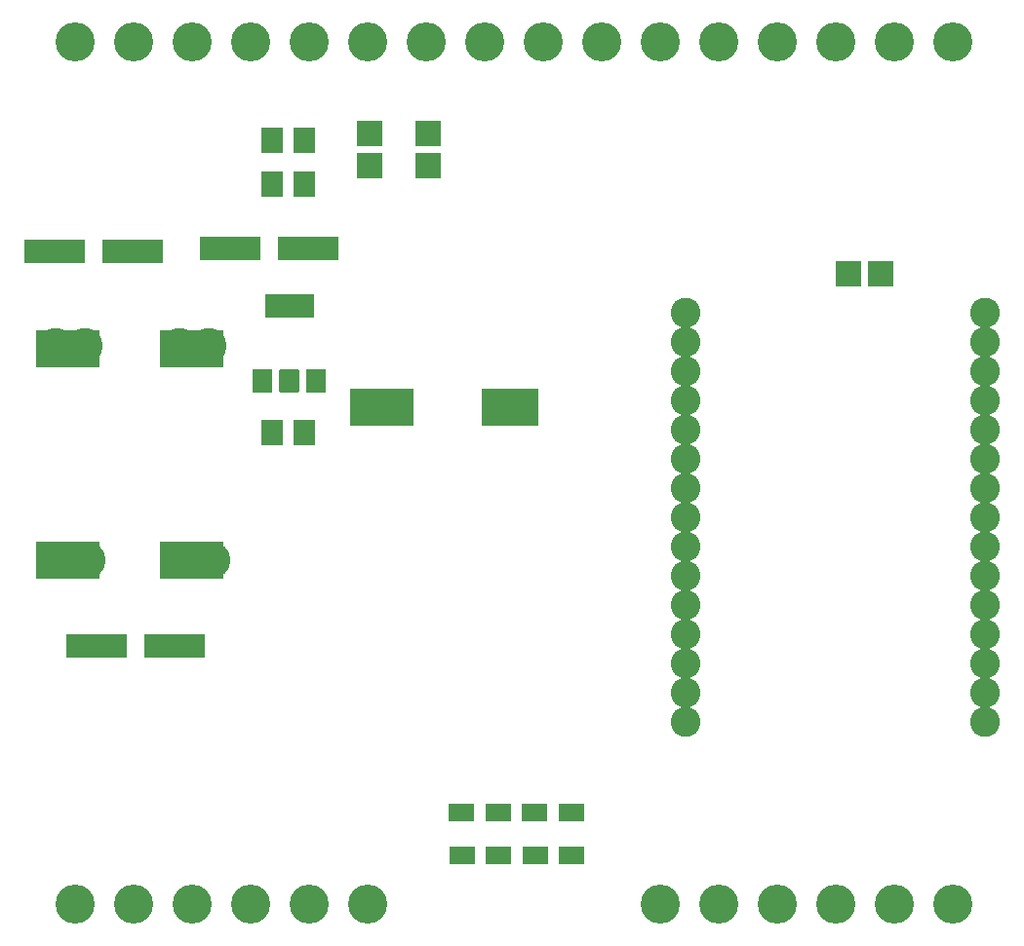
<source format=gbr>
%FSLAX34Y34*%
%MOMM*%
%LNSOLDERMASK_TOP*%
G71*
G01*
%ADD10C, 3.40*%
%ADD11C, 3.10*%
%ADD12R, 1.70X2.00*%
%ADD13C, 0.30*%
%ADD14R, 4.30X2.00*%
%ADD15R, 1.90X2.30*%
%ADD16R, 3.30X1.30*%
%ADD17R, 2.30X1.60*%
%ADD18R, 1.80X3.30*%
%ADD19R, 5.30X2.00*%
%ADD20C, 2.60*%
%LPD*%
X166300Y-102800D02*
G54D10*
D03*
X217100Y-102800D02*
G54D10*
D03*
X267900Y-102800D02*
G54D10*
D03*
X318700Y-102800D02*
G54D10*
D03*
X369500Y-102800D02*
G54D10*
D03*
X420300Y-102800D02*
G54D10*
D03*
X282590Y-366872D02*
G54D11*
D03*
X174640Y-366872D02*
G54D11*
D03*
X257195Y-553560D02*
G54D11*
D03*
X152420Y-553560D02*
G54D11*
D03*
X257195Y-366870D02*
G54D11*
D03*
X149245Y-366870D02*
G54D11*
D03*
X285770Y-553560D02*
G54D11*
D03*
X177820Y-553560D02*
G54D11*
D03*
X471100Y-102800D02*
G54D10*
D03*
X521900Y-102800D02*
G54D10*
D03*
X572700Y-102800D02*
G54D10*
D03*
X623500Y-102800D02*
G54D10*
D03*
X674300Y-102800D02*
G54D10*
D03*
X725100Y-102800D02*
G54D10*
D03*
X775900Y-102800D02*
G54D10*
D03*
X826700Y-102800D02*
G54D10*
D03*
X877500Y-102800D02*
G54D10*
D03*
X928300Y-102800D02*
G54D10*
D03*
X166300Y-852100D02*
G54D10*
D03*
X217100Y-852100D02*
G54D10*
D03*
X267900Y-852100D02*
G54D10*
D03*
X318700Y-852100D02*
G54D10*
D03*
X369500Y-852100D02*
G54D10*
D03*
X420300Y-852100D02*
G54D10*
D03*
X674300Y-852100D02*
G54D10*
D03*
X725100Y-852100D02*
G54D10*
D03*
X775900Y-852100D02*
G54D10*
D03*
X826700Y-852100D02*
G54D10*
D03*
X877500Y-852100D02*
G54D10*
D03*
X928300Y-852100D02*
G54D10*
D03*
X329452Y-397557D02*
G54D12*
D03*
G36*
X345451Y-389057D02*
X359451Y-389056D01*
X359452Y-406056D01*
X345452Y-406057D01*
X345451Y-389057D01*
G37*
G54D13*
X345451Y-389057D02*
X359451Y-389056D01*
X359452Y-406056D01*
X345452Y-406057D01*
X345451Y-389057D01*
X375451Y-397556D02*
G54D12*
D03*
X352452Y-332557D02*
G54D14*
D03*
X337750Y-442525D02*
G54D15*
D03*
X365750Y-442525D02*
G54D15*
D03*
X337750Y-226625D02*
G54D15*
D03*
X365750Y-226625D02*
G54D15*
D03*
X337750Y-188525D02*
G54D15*
D03*
X365750Y-188525D02*
G54D15*
D03*
X361093Y-284412D02*
G54D16*
D03*
X311093Y-284412D02*
G54D16*
D03*
X159280Y-285026D02*
G54D16*
D03*
X209280Y-285026D02*
G54D16*
D03*
X194239Y-627792D02*
G54D16*
D03*
X244239Y-627792D02*
G54D16*
D03*
X597455Y-772401D02*
G54D17*
D03*
X597555Y-810001D02*
G54D17*
D03*
X565705Y-772401D02*
G54D17*
D03*
X565805Y-810001D02*
G54D17*
D03*
X533955Y-772401D02*
G54D17*
D03*
X534055Y-810001D02*
G54D17*
D03*
X502205Y-772401D02*
G54D17*
D03*
X502305Y-810001D02*
G54D17*
D03*
X413950Y-420300D02*
G54D18*
D03*
X426650Y-420300D02*
G54D18*
D03*
X439350Y-420300D02*
G54D18*
D03*
X452050Y-420300D02*
G54D18*
D03*
X528250Y-420300D02*
G54D18*
D03*
X540950Y-420300D02*
G54D18*
D03*
X547300Y-420300D02*
G54D18*
D03*
X560000Y-420300D02*
G54D18*
D03*
X140900Y-369500D02*
G54D18*
D03*
X153600Y-369500D02*
G54D18*
D03*
X166300Y-369500D02*
G54D18*
D03*
X179000Y-369500D02*
G54D18*
D03*
X248850Y-369500D02*
G54D18*
D03*
X261550Y-369500D02*
G54D18*
D03*
X274250Y-369500D02*
G54D18*
D03*
X286950Y-369500D02*
G54D18*
D03*
X140900Y-553650D02*
G54D18*
D03*
X153600Y-553650D02*
G54D18*
D03*
X166300Y-553650D02*
G54D18*
D03*
X179000Y-553650D02*
G54D18*
D03*
X248850Y-553650D02*
G54D18*
D03*
X261550Y-553650D02*
G54D18*
D03*
X274250Y-553650D02*
G54D18*
D03*
X286950Y-553650D02*
G54D18*
D03*
X185294Y-627862D02*
G54D19*
D03*
X253149Y-627862D02*
G54D19*
D03*
X149015Y-284836D02*
G54D19*
D03*
X216871Y-284836D02*
G54D19*
D03*
X301254Y-282597D02*
G54D19*
D03*
X369110Y-282597D02*
G54D19*
D03*
G36*
X827179Y-293861D02*
X849179Y-293861D01*
X849179Y-315861D01*
X827179Y-315861D01*
X827179Y-293861D01*
G37*
G36*
X855179Y-293861D02*
X877179Y-293861D01*
X877179Y-315861D01*
X855179Y-315861D01*
X855179Y-293861D01*
G37*
G36*
X462387Y-171550D02*
X484387Y-171550D01*
X484387Y-193550D01*
X462387Y-193550D01*
X462387Y-171550D01*
G37*
G36*
X462387Y-199550D02*
X484387Y-199550D01*
X484387Y-221550D01*
X462387Y-221550D01*
X462387Y-199550D01*
G37*
G36*
X411587Y-171550D02*
X433587Y-171550D01*
X433587Y-193550D01*
X411587Y-193550D01*
X411587Y-171550D01*
G37*
G36*
X411587Y-199550D02*
X433587Y-199550D01*
X433587Y-221550D01*
X411587Y-221550D01*
X411587Y-199550D01*
G37*
X696163Y-338744D02*
G54D20*
D03*
X696163Y-364144D02*
G54D20*
D03*
X696163Y-389544D02*
G54D20*
D03*
X696163Y-414944D02*
G54D20*
D03*
X696163Y-440344D02*
G54D20*
D03*
X696163Y-465744D02*
G54D20*
D03*
X696163Y-491144D02*
G54D20*
D03*
X696163Y-516544D02*
G54D20*
D03*
X696163Y-541944D02*
G54D20*
D03*
X696163Y-567344D02*
G54D20*
D03*
X696163Y-592744D02*
G54D20*
D03*
X696163Y-618144D02*
G54D20*
D03*
X696163Y-643544D02*
G54D20*
D03*
X696163Y-668944D02*
G54D20*
D03*
X696163Y-694344D02*
G54D20*
D03*
X956513Y-338744D02*
G54D20*
D03*
X956513Y-364144D02*
G54D20*
D03*
X956513Y-389544D02*
G54D20*
D03*
X956513Y-414944D02*
G54D20*
D03*
X956513Y-440344D02*
G54D20*
D03*
X956513Y-465744D02*
G54D20*
D03*
X956513Y-491144D02*
G54D20*
D03*
X956513Y-516544D02*
G54D20*
D03*
X956513Y-541944D02*
G54D20*
D03*
X956513Y-567344D02*
G54D20*
D03*
X956513Y-592744D02*
G54D20*
D03*
X956513Y-618144D02*
G54D20*
D03*
X956513Y-643544D02*
G54D20*
D03*
X956513Y-668944D02*
G54D20*
D03*
X956513Y-694344D02*
G54D20*
D03*
M02*

</source>
